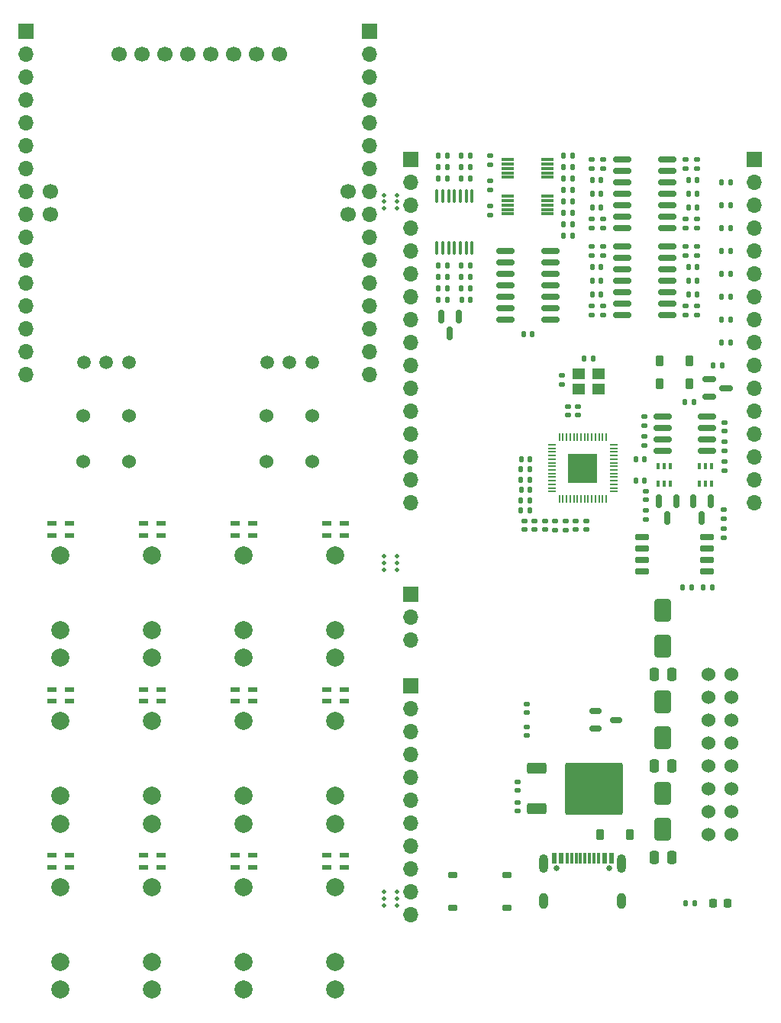
<source format=gbr>
%TF.GenerationSoftware,KiCad,Pcbnew,7.0.9*%
%TF.CreationDate,2023-11-25T16:41:53+01:00*%
%TF.ProjectId,EuroPi-X,4575726f-5069-42d5-982e-6b696361645f,rev?*%
%TF.SameCoordinates,Original*%
%TF.FileFunction,Soldermask,Top*%
%TF.FilePolarity,Negative*%
%FSLAX46Y46*%
G04 Gerber Fmt 4.6, Leading zero omitted, Abs format (unit mm)*
G04 Created by KiCad (PCBNEW 7.0.9) date 2023-11-25 16:41:53*
%MOMM*%
%LPD*%
G01*
G04 APERTURE LIST*
G04 Aperture macros list*
%AMRoundRect*
0 Rectangle with rounded corners*
0 $1 Rounding radius*
0 $2 $3 $4 $5 $6 $7 $8 $9 X,Y pos of 4 corners*
0 Add a 4 corners polygon primitive as box body*
4,1,4,$2,$3,$4,$5,$6,$7,$8,$9,$2,$3,0*
0 Add four circle primitives for the rounded corners*
1,1,$1+$1,$2,$3*
1,1,$1+$1,$4,$5*
1,1,$1+$1,$6,$7*
1,1,$1+$1,$8,$9*
0 Add four rect primitives between the rounded corners*
20,1,$1+$1,$2,$3,$4,$5,0*
20,1,$1+$1,$4,$5,$6,$7,0*
20,1,$1+$1,$6,$7,$8,$9,0*
20,1,$1+$1,$8,$9,$2,$3,0*%
G04 Aperture macros list end*
%ADD10C,0.500000*%
%ADD11RoundRect,0.250000X-0.850000X-0.350000X0.850000X-0.350000X0.850000X0.350000X-0.850000X0.350000X0*%
%ADD12RoundRect,0.249997X-2.950003X-2.650003X2.950003X-2.650003X2.950003X2.650003X-2.950003X2.650003X0*%
%ADD13R,1.000000X0.600000*%
%ADD14RoundRect,0.135000X0.135000X0.185000X-0.135000X0.185000X-0.135000X-0.185000X0.135000X-0.185000X0*%
%ADD15R,0.400000X0.650000*%
%ADD16RoundRect,0.140000X0.170000X-0.140000X0.170000X0.140000X-0.170000X0.140000X-0.170000X-0.140000X0*%
%ADD17RoundRect,0.250000X0.650000X-1.000000X0.650000X1.000000X-0.650000X1.000000X-0.650000X-1.000000X0*%
%ADD18RoundRect,0.150000X-0.825000X-0.150000X0.825000X-0.150000X0.825000X0.150000X-0.825000X0.150000X0*%
%ADD19RoundRect,0.135000X-0.135000X-0.185000X0.135000X-0.185000X0.135000X0.185000X-0.135000X0.185000X0*%
%ADD20C,2.000000*%
%ADD21RoundRect,0.225000X-0.225000X-0.375000X0.225000X-0.375000X0.225000X0.375000X-0.225000X0.375000X0*%
%ADD22RoundRect,0.135000X0.185000X-0.135000X0.185000X0.135000X-0.185000X0.135000X-0.185000X-0.135000X0*%
%ADD23RoundRect,0.225000X0.225000X0.375000X-0.225000X0.375000X-0.225000X-0.375000X0.225000X-0.375000X0*%
%ADD24RoundRect,0.135000X-0.185000X0.135000X-0.185000X-0.135000X0.185000X-0.135000X0.185000X0.135000X0*%
%ADD25RoundRect,0.140000X-0.170000X0.140000X-0.170000X-0.140000X0.170000X-0.140000X0.170000X0.140000X0*%
%ADD26R,1.400000X0.300000*%
%ADD27RoundRect,0.150000X-0.512500X-0.150000X0.512500X-0.150000X0.512500X0.150000X-0.512500X0.150000X0*%
%ADD28RoundRect,0.100000X-0.100000X0.637500X-0.100000X-0.637500X0.100000X-0.637500X0.100000X0.637500X0*%
%ADD29C,0.650000*%
%ADD30R,0.600000X1.240000*%
%ADD31R,0.300000X1.240000*%
%ADD32O,1.000000X2.100000*%
%ADD33O,1.000000X1.800000*%
%ADD34RoundRect,0.140000X0.140000X0.170000X-0.140000X0.170000X-0.140000X-0.170000X0.140000X-0.170000X0*%
%ADD35RoundRect,0.150000X-0.587500X-0.150000X0.587500X-0.150000X0.587500X0.150000X-0.587500X0.150000X0*%
%ADD36RoundRect,0.150000X0.650000X0.150000X-0.650000X0.150000X-0.650000X-0.150000X0.650000X-0.150000X0*%
%ADD37RoundRect,0.250000X-0.650000X1.000000X-0.650000X-1.000000X0.650000X-1.000000X0.650000X1.000000X0*%
%ADD38RoundRect,0.140000X-0.140000X-0.170000X0.140000X-0.170000X0.140000X0.170000X-0.140000X0.170000X0*%
%ADD39RoundRect,0.187500X-0.312500X-0.187500X0.312500X-0.187500X0.312500X0.187500X-0.312500X0.187500X0*%
%ADD40C,1.524000*%
%ADD41RoundRect,0.150000X-0.150000X0.587500X-0.150000X-0.587500X0.150000X-0.587500X0.150000X0.587500X0*%
%ADD42RoundRect,0.250000X0.250000X0.475000X-0.250000X0.475000X-0.250000X-0.475000X0.250000X-0.475000X0*%
%ADD43R,1.700000X1.700000*%
%ADD44O,1.700000X1.700000*%
%ADD45C,1.500000*%
%ADD46C,1.700000*%
%ADD47RoundRect,0.218750X0.218750X0.256250X-0.218750X0.256250X-0.218750X-0.256250X0.218750X-0.256250X0*%
%ADD48R,1.400000X1.200000*%
%ADD49RoundRect,0.250000X-0.250000X-0.475000X0.250000X-0.475000X0.250000X0.475000X-0.250000X0.475000X0*%
%ADD50RoundRect,0.050000X0.387500X0.050000X-0.387500X0.050000X-0.387500X-0.050000X0.387500X-0.050000X0*%
%ADD51RoundRect,0.050000X0.050000X0.387500X-0.050000X0.387500X-0.050000X-0.387500X0.050000X-0.387500X0*%
%ADD52R,3.200000X3.200000*%
G04 APERTURE END LIST*
D10*
%TO.C,mouse-bite-2mm-slot*%
X40906000Y-98235200D03*
X42406000Y-98235200D03*
X40906000Y-97485200D03*
X42406000Y-97485200D03*
X40906000Y-96735200D03*
X42406000Y-96735200D03*
%TD*%
%TO.C,mouse-bite-2mm-slot*%
X40918000Y-60986800D03*
X42418000Y-60986800D03*
X40918000Y-60236800D03*
X42418000Y-60236800D03*
X40918000Y-59486800D03*
X42418000Y-59486800D03*
%TD*%
%TO.C,mouse-bite-2mm-slot*%
X40918000Y-20905600D03*
X42418000Y-20905600D03*
X40918000Y-20155600D03*
X42418000Y-20155600D03*
X40918000Y-19405600D03*
X42418000Y-19405600D03*
%TD*%
D11*
%TO.C,U11*%
X57912000Y-82996000D03*
D12*
X64212000Y-85276000D03*
D11*
X57912000Y-87556000D03*
%TD*%
D13*
%TO.C,LED2*%
X4080000Y-92695000D03*
X4080000Y-93995000D03*
X6080000Y-93995000D03*
X6080000Y-92695000D03*
%TD*%
D14*
%TO.C,R13*%
X61851000Y-18861000D03*
X60831000Y-18861000D03*
%TD*%
D15*
%TO.C,SW5*%
X75931000Y-51434000D03*
X76581000Y-51434000D03*
X77231000Y-51434000D03*
X77231000Y-49534000D03*
X76581000Y-49534000D03*
X75931000Y-49534000D03*
%TD*%
D16*
%TO.C,C3*%
X69977000Y-53250000D03*
X69977000Y-52290000D03*
%TD*%
D13*
%TO.C,LED1*%
X4080000Y-74280000D03*
X4080000Y-75580000D03*
X6080000Y-75580000D03*
X6080000Y-74280000D03*
%TD*%
D17*
%TO.C,D2*%
X71882000Y-69502000D03*
X71882000Y-65502000D03*
%TD*%
D18*
%TO.C,U8*%
X67375000Y-25084000D03*
X67375000Y-26354000D03*
X67375000Y-27624000D03*
X67375000Y-28894000D03*
X67375000Y-30164000D03*
X67375000Y-31434000D03*
X67375000Y-32704000D03*
X72325000Y-32704000D03*
X72325000Y-31434000D03*
X72325000Y-30164000D03*
X72325000Y-28894000D03*
X72325000Y-27624000D03*
X72325000Y-26354000D03*
X72325000Y-25084000D03*
%TD*%
D19*
%TO.C,R59*%
X56132000Y-50992000D03*
X57152000Y-50992000D03*
%TD*%
D20*
%TO.C,J17*%
X35560000Y-107600000D03*
X35560000Y-104500000D03*
X35560000Y-96200000D03*
%TD*%
D21*
%TO.C,D3*%
X71502000Y-37784000D03*
X74802000Y-37784000D03*
%TD*%
D22*
%TO.C,R5*%
X59944000Y-56582000D03*
X59944000Y-55562000D03*
%TD*%
%TO.C,R12*%
X75692000Y-16450000D03*
X75692000Y-15430000D03*
%TD*%
D23*
%TO.C,D6*%
X68198000Y-90362000D03*
X64898000Y-90362000D03*
%TD*%
D24*
%TO.C,R32*%
X65278000Y-25082000D03*
X65278000Y-26102000D03*
%TD*%
D25*
%TO.C,C13*%
X58801000Y-55592000D03*
X58801000Y-56552000D03*
%TD*%
D22*
%TO.C,R29*%
X64008000Y-26102000D03*
X64008000Y-25082000D03*
%TD*%
D24*
%TO.C,R41*%
X64008000Y-22034000D03*
X64008000Y-23054000D03*
%TD*%
D26*
%TO.C,DAC2*%
X54696000Y-19512000D03*
X54696000Y-20012000D03*
X54696000Y-20512000D03*
X54696000Y-21012000D03*
X54696000Y-21512000D03*
X59096000Y-21512000D03*
X59096000Y-21012000D03*
X59096000Y-20512000D03*
X59096000Y-20012000D03*
X59096000Y-19512000D03*
%TD*%
D14*
%TO.C,R58*%
X57152000Y-49849000D03*
X56132000Y-49849000D03*
%TD*%
%TO.C,R11*%
X77345000Y-62930000D03*
X76325000Y-62930000D03*
%TD*%
D27*
%TO.C,U5*%
X64394500Y-76712000D03*
X64394500Y-78612000D03*
X66669500Y-77662000D03*
%TD*%
D14*
%TO.C,R48*%
X79377000Y-33212000D03*
X78357000Y-33212000D03*
%TD*%
D25*
%TO.C,C16*%
X63373000Y-55592000D03*
X63373000Y-56552000D03*
%TD*%
D14*
%TO.C,R33*%
X79377000Y-20512000D03*
X78357000Y-20512000D03*
%TD*%
D20*
%TO.C,J16*%
X25400000Y-107600000D03*
X25400000Y-104500000D03*
X25400000Y-96200000D03*
%TD*%
D28*
%TO.C,U9*%
X50718000Y-19554500D03*
X50068000Y-19554500D03*
X49418000Y-19554500D03*
X48768000Y-19554500D03*
X48118000Y-19554500D03*
X47468000Y-19554500D03*
X46818000Y-19554500D03*
X46818000Y-25279500D03*
X47468000Y-25279500D03*
X48118000Y-25279500D03*
X48768000Y-25279500D03*
X49418000Y-25279500D03*
X50068000Y-25279500D03*
X50718000Y-25279500D03*
%TD*%
D29*
%TO.C,P1*%
X60102000Y-94107000D03*
X65882000Y-94107000D03*
D30*
X59792000Y-92987000D03*
X60592000Y-92987000D03*
D31*
X61742000Y-92987000D03*
X62742000Y-92987000D03*
X63242000Y-92987000D03*
X64242000Y-92987000D03*
D30*
X65392000Y-92987000D03*
X66192000Y-92987000D03*
X66192000Y-92987000D03*
X65392000Y-92987000D03*
D31*
X64742000Y-92987000D03*
X63742000Y-92987000D03*
X62242000Y-92987000D03*
X61242000Y-92987000D03*
D30*
X60592000Y-92987000D03*
X59792000Y-92987000D03*
D32*
X58672000Y-93587000D03*
D33*
X58672000Y-97787000D03*
D32*
X67312000Y-93587000D03*
D33*
X67312000Y-97787000D03*
%TD*%
D24*
%TO.C,R49*%
X75692000Y-22034000D03*
X75692000Y-23054000D03*
%TD*%
D34*
%TO.C,C22*%
X75664000Y-28894000D03*
X74704000Y-28894000D03*
%TD*%
D25*
%TO.C,C27*%
X52705000Y-20667000D03*
X52705000Y-21627000D03*
%TD*%
D20*
%TO.C,J12*%
X25400000Y-89185000D03*
X25400000Y-86085000D03*
X25400000Y-77785000D03*
%TD*%
D24*
%TO.C,R17*%
X74422000Y-25082000D03*
X74422000Y-26102000D03*
%TD*%
D13*
%TO.C,LED10*%
X24400000Y-55865000D03*
X24400000Y-57165000D03*
X26400000Y-57165000D03*
X26400000Y-55865000D03*
%TD*%
%TO.C,LED3*%
X14240000Y-74280000D03*
X14240000Y-75580000D03*
X16240000Y-75580000D03*
X16240000Y-74280000D03*
%TD*%
D14*
%TO.C,R30*%
X61851000Y-22671000D03*
X60831000Y-22671000D03*
%TD*%
D20*
%TO.C,J4*%
X25400000Y-70770000D03*
X25400000Y-67670000D03*
X25400000Y-59370000D03*
%TD*%
D14*
%TO.C,R18*%
X79377000Y-17972000D03*
X78357000Y-17972000D03*
%TD*%
D13*
%TO.C,LED9*%
X4080000Y-55880000D03*
X4080000Y-57180000D03*
X6080000Y-57180000D03*
X6080000Y-55880000D03*
%TD*%
D25*
%TO.C,C40*%
X62230000Y-55592000D03*
X62230000Y-56552000D03*
%TD*%
D18*
%TO.C,U1*%
X71820000Y-44007000D03*
X71820000Y-45277000D03*
X71820000Y-46547000D03*
X71820000Y-47817000D03*
X76770000Y-47817000D03*
X76770000Y-46547000D03*
X76770000Y-45277000D03*
X76770000Y-44007000D03*
%TD*%
D20*
%TO.C,J3*%
X5080000Y-70770000D03*
X5080000Y-67670000D03*
X5080000Y-59370000D03*
%TD*%
D35*
%TO.C,Q1*%
X77040500Y-39882000D03*
X77040500Y-41782000D03*
X78915500Y-40832000D03*
%TD*%
D14*
%TO.C,R37*%
X48008000Y-15051000D03*
X46988000Y-15051000D03*
%TD*%
D34*
%TO.C,C32*%
X75664000Y-20766000D03*
X74704000Y-20766000D03*
%TD*%
D25*
%TO.C,C18*%
X78740000Y-44670000D03*
X78740000Y-45630000D03*
%TD*%
D19*
%TO.C,R62*%
X74420000Y-97982000D03*
X75440000Y-97982000D03*
%TD*%
%TO.C,R38*%
X46988000Y-16321000D03*
X48008000Y-16321000D03*
%TD*%
D16*
%TO.C,C36*%
X55753000Y-87794000D03*
X55753000Y-86834000D03*
%TD*%
D24*
%TO.C,R1*%
X69977000Y-54419000D03*
X69977000Y-55439000D03*
%TD*%
D19*
%TO.C,R39*%
X49528000Y-27243000D03*
X50548000Y-27243000D03*
%TD*%
D36*
%TO.C,U6*%
X76752000Y-61152000D03*
X76752000Y-59882000D03*
X76752000Y-58612000D03*
X76752000Y-57342000D03*
X69552000Y-57342000D03*
X69552000Y-58612000D03*
X69552000Y-59882000D03*
X69552000Y-61152000D03*
%TD*%
D37*
%TO.C,D5*%
X71882000Y-85822000D03*
X71882000Y-89822000D03*
%TD*%
D19*
%TO.C,R25*%
X49528000Y-17591000D03*
X50548000Y-17591000D03*
%TD*%
D24*
%TO.C,R43*%
X64008000Y-31686000D03*
X64008000Y-32706000D03*
%TD*%
D25*
%TO.C,C35*%
X55753000Y-84548000D03*
X55753000Y-85508000D03*
%TD*%
D34*
%TO.C,C24*%
X75664000Y-19242000D03*
X74704000Y-19242000D03*
%TD*%
%TO.C,C12*%
X75664000Y-27370000D03*
X74704000Y-27370000D03*
%TD*%
D24*
%TO.C,R9*%
X69850000Y-44005000D03*
X69850000Y-45025000D03*
%TD*%
D38*
%TO.C,C30*%
X64036000Y-30418000D03*
X64996000Y-30418000D03*
%TD*%
D13*
%TO.C,LED5*%
X24400000Y-74280000D03*
X24400000Y-75580000D03*
X26400000Y-75580000D03*
X26400000Y-74280000D03*
%TD*%
D16*
%TO.C,C41*%
X61341000Y-43852000D03*
X61341000Y-42892000D03*
%TD*%
D39*
%TO.C,SW3*%
X48562000Y-94862000D03*
X54562000Y-94862000D03*
X48562000Y-98562000D03*
X54562000Y-98562000D03*
%TD*%
D34*
%TO.C,C21*%
X64996000Y-28894000D03*
X64036000Y-28894000D03*
%TD*%
D20*
%TO.C,J15*%
X15240000Y-107600000D03*
X15240000Y-104500000D03*
X15240000Y-96200000D03*
%TD*%
D14*
%TO.C,R56*%
X79377000Y-25592000D03*
X78357000Y-25592000D03*
%TD*%
D22*
%TO.C,R53*%
X74422000Y-23054000D03*
X74422000Y-22034000D03*
%TD*%
D16*
%TO.C,C7*%
X56778000Y-79412000D03*
X56778000Y-78452000D03*
%TD*%
D40*
%TO.C,SW1*%
X7620000Y-48990752D03*
X12700000Y-43910752D03*
X12700000Y-48990752D03*
X7620000Y-43910752D03*
%TD*%
D14*
%TO.C,R35*%
X50548000Y-29783000D03*
X49528000Y-29783000D03*
%TD*%
D24*
%TO.C,R8*%
X69850000Y-46164000D03*
X69850000Y-47184000D03*
%TD*%
D13*
%TO.C,LED8*%
X34560000Y-92695000D03*
X34560000Y-93995000D03*
X36560000Y-93995000D03*
X36560000Y-92695000D03*
%TD*%
D25*
%TO.C,C37*%
X52705000Y-15079000D03*
X52705000Y-16039000D03*
%TD*%
%TO.C,C38*%
X52705000Y-17873000D03*
X52705000Y-18833000D03*
%TD*%
D13*
%TO.C,LED4*%
X14240000Y-92695000D03*
X14240000Y-93995000D03*
X16240000Y-93995000D03*
X16240000Y-92695000D03*
%TD*%
D38*
%TO.C,C14*%
X68862000Y-51119000D03*
X69822000Y-51119000D03*
%TD*%
D15*
%TO.C,SW4*%
X71359000Y-51434000D03*
X72009000Y-51434000D03*
X72659000Y-51434000D03*
X72659000Y-49534000D03*
X72009000Y-49534000D03*
X71359000Y-49534000D03*
%TD*%
D24*
%TO.C,R16*%
X74422000Y-15430000D03*
X74422000Y-16450000D03*
%TD*%
D14*
%TO.C,R19*%
X79377000Y-28132000D03*
X78357000Y-28132000D03*
%TD*%
%TO.C,R15*%
X61851000Y-23941000D03*
X60831000Y-23941000D03*
%TD*%
D34*
%TO.C,C5*%
X57122000Y-48706000D03*
X56162000Y-48706000D03*
%TD*%
D20*
%TO.C,J13*%
X35560000Y-89185000D03*
X35560000Y-86085000D03*
X35560000Y-77785000D03*
%TD*%
D41*
%TO.C,U2*%
X77150000Y-53356500D03*
X75250000Y-53356500D03*
X76200000Y-55231500D03*
%TD*%
D24*
%TO.C,R61*%
X78740000Y-46799000D03*
X78740000Y-47819000D03*
%TD*%
D19*
%TO.C,R60*%
X56132000Y-53278000D03*
X57152000Y-53278000D03*
%TD*%
D20*
%TO.C,J7*%
X15240000Y-89185000D03*
X15240000Y-86085000D03*
X15240000Y-77785000D03*
%TD*%
D25*
%TO.C,C2*%
X78613000Y-56481000D03*
X78613000Y-57441000D03*
%TD*%
D34*
%TO.C,C23*%
X64996000Y-19242000D03*
X64036000Y-19242000D03*
%TD*%
D42*
%TO.C,C25*%
X72832000Y-82742000D03*
X70932000Y-82742000D03*
%TD*%
D22*
%TO.C,R54*%
X74422000Y-32704000D03*
X74422000Y-31684000D03*
%TD*%
D41*
%TO.C,U3*%
X49210000Y-32909500D03*
X47310000Y-32909500D03*
X48260000Y-34784500D03*
%TD*%
D19*
%TO.C,R20*%
X49528000Y-15051000D03*
X50548000Y-15051000D03*
%TD*%
D24*
%TO.C,R2*%
X78613000Y-54292000D03*
X78613000Y-55312000D03*
%TD*%
D14*
%TO.C,R26*%
X48008000Y-27243000D03*
X46988000Y-27243000D03*
%TD*%
D25*
%TO.C,C9*%
X60706000Y-39463000D03*
X60706000Y-40423000D03*
%TD*%
D38*
%TO.C,C8*%
X63147000Y-37530000D03*
X64107000Y-37530000D03*
%TD*%
D18*
%TO.C,U7*%
X67375000Y-15432000D03*
X67375000Y-16702000D03*
X67375000Y-17972000D03*
X67375000Y-19242000D03*
X67375000Y-20512000D03*
X67375000Y-21782000D03*
X67375000Y-23052000D03*
X72325000Y-23052000D03*
X72325000Y-21782000D03*
X72325000Y-20512000D03*
X72325000Y-19242000D03*
X72325000Y-17972000D03*
X72325000Y-16702000D03*
X72325000Y-15432000D03*
%TD*%
D41*
%TO.C,U12*%
X73340000Y-53356500D03*
X71440000Y-53356500D03*
X72390000Y-55231500D03*
%TD*%
D14*
%TO.C,R44*%
X61851000Y-21401000D03*
X60831000Y-21401000D03*
%TD*%
D42*
%TO.C,C28*%
X72832000Y-92902000D03*
X70932000Y-92902000D03*
%TD*%
D13*
%TO.C,LED7*%
X34560000Y-74280000D03*
X34560000Y-75580000D03*
X36560000Y-75580000D03*
X36560000Y-74280000D03*
%TD*%
D43*
%TO.C,J8*%
X82042000Y-15432000D03*
D44*
X82042000Y-17972000D03*
X82042000Y-20512000D03*
X82042000Y-23052000D03*
X82042000Y-25592000D03*
X82042000Y-28132000D03*
X82042000Y-30672000D03*
X82042000Y-33212000D03*
X82042000Y-35752000D03*
X82042000Y-38292000D03*
X82042000Y-40832000D03*
X82042000Y-43372000D03*
X82042000Y-45912000D03*
X82042000Y-48452000D03*
X82042000Y-50992000D03*
X82042000Y-53532000D03*
%TD*%
D45*
%TO.C,P3*%
X27980000Y-37980000D03*
X30480000Y-37980000D03*
X32980000Y-37980000D03*
%TD*%
D19*
%TO.C,R10*%
X74039000Y-62930000D03*
X75059000Y-62930000D03*
%TD*%
D14*
%TO.C,R57*%
X79377000Y-35752000D03*
X78357000Y-35752000D03*
%TD*%
D37*
%TO.C,D1*%
X71882000Y-75662000D03*
X71882000Y-79662000D03*
%TD*%
D26*
%TO.C,DAC1*%
X54696000Y-15448000D03*
X54696000Y-15948000D03*
X54696000Y-16448000D03*
X54696000Y-16948000D03*
X54696000Y-17448000D03*
X59096000Y-17448000D03*
X59096000Y-16948000D03*
X59096000Y-16448000D03*
X59096000Y-15948000D03*
X59096000Y-15448000D03*
%TD*%
D45*
%TO.C,P2*%
X7660000Y-37980000D03*
X10160000Y-37980000D03*
X12660000Y-37980000D03*
%TD*%
D46*
%TO.C,OLED1*%
X11536000Y-3810000D03*
X14076000Y-3810000D03*
X16616000Y-3810000D03*
X19156000Y-3810000D03*
X21696000Y-3810000D03*
X24236000Y-3810000D03*
X26776000Y-3810000D03*
X29316000Y-3810000D03*
X3916000Y-19050000D03*
X3916000Y-21590000D03*
X36936000Y-19050000D03*
X36936000Y-21590000D03*
%TD*%
D14*
%TO.C,R47*%
X79377000Y-23052000D03*
X78357000Y-23052000D03*
%TD*%
D25*
%TO.C,C17*%
X56515000Y-55592000D03*
X56515000Y-56552000D03*
%TD*%
D22*
%TO.C,R46*%
X65278000Y-32706000D03*
X65278000Y-31686000D03*
%TD*%
D20*
%TO.C,J6*%
X5080000Y-89185000D03*
X5080000Y-86085000D03*
X5080000Y-77785000D03*
%TD*%
D25*
%TO.C,C15*%
X57658000Y-55592000D03*
X57658000Y-56552000D03*
%TD*%
D22*
%TO.C,R4*%
X61087000Y-56582000D03*
X61087000Y-55562000D03*
%TD*%
D14*
%TO.C,R40*%
X48008000Y-17591000D03*
X46988000Y-17591000D03*
%TD*%
D13*
%TO.C,LED11*%
X14240000Y-55865000D03*
X14240000Y-57165000D03*
X16240000Y-57165000D03*
X16240000Y-55865000D03*
%TD*%
D22*
%TO.C,R14*%
X75692000Y-26102000D03*
X75692000Y-25082000D03*
%TD*%
D14*
%TO.C,R28*%
X61851000Y-17591000D03*
X60831000Y-17591000D03*
%TD*%
D38*
%TO.C,C19*%
X64036000Y-17718000D03*
X64996000Y-17718000D03*
%TD*%
D16*
%TO.C,C6*%
X62484000Y-43852000D03*
X62484000Y-42892000D03*
%TD*%
D19*
%TO.C,R24*%
X56132000Y-54421000D03*
X57152000Y-54421000D03*
%TD*%
D14*
%TO.C,R21*%
X50548000Y-16321000D03*
X49528000Y-16321000D03*
%TD*%
D22*
%TO.C,R27*%
X64008000Y-16450000D03*
X64008000Y-15430000D03*
%TD*%
D20*
%TO.C,J9*%
X35560000Y-70770000D03*
X35560000Y-67670000D03*
X35560000Y-59370000D03*
%TD*%
D13*
%TO.C,LED6*%
X24400000Y-92695000D03*
X24400000Y-93995000D03*
X26400000Y-93995000D03*
X26400000Y-92695000D03*
%TD*%
D19*
%TO.C,R22*%
X46988000Y-29783000D03*
X48008000Y-29783000D03*
%TD*%
D14*
%TO.C,R42*%
X61851000Y-16321000D03*
X60831000Y-16321000D03*
%TD*%
D38*
%TO.C,C4*%
X49558000Y-31053000D03*
X50518000Y-31053000D03*
%TD*%
D24*
%TO.C,R51*%
X75692000Y-31686000D03*
X75692000Y-32706000D03*
%TD*%
D47*
%TO.C,D7*%
X79019500Y-97982000D03*
X77444500Y-97982000D03*
%TD*%
D22*
%TO.C,R45*%
X65278000Y-23054000D03*
X65278000Y-22034000D03*
%TD*%
D38*
%TO.C,C39*%
X68862000Y-48706000D03*
X69822000Y-48706000D03*
%TD*%
D14*
%TO.C,R6*%
X75313000Y-42356000D03*
X74293000Y-42356000D03*
%TD*%
D20*
%TO.C,J14*%
X5080000Y-107600000D03*
X5080000Y-104500000D03*
X5080000Y-96200000D03*
%TD*%
D14*
%TO.C,R34*%
X79377000Y-30672000D03*
X78357000Y-30672000D03*
%TD*%
%TO.C,R36*%
X50548000Y-28513000D03*
X49528000Y-28513000D03*
%TD*%
D40*
%TO.C,SW2*%
X27940000Y-48990752D03*
X33020000Y-43910752D03*
X33020000Y-48990752D03*
X27940000Y-43910752D03*
%TD*%
D18*
%TO.C,U10*%
X54421000Y-25592000D03*
X54421000Y-26862000D03*
X54421000Y-28132000D03*
X54421000Y-29402000D03*
X54421000Y-30672000D03*
X54421000Y-31942000D03*
X54421000Y-33212000D03*
X59371000Y-33212000D03*
X59371000Y-31942000D03*
X59371000Y-30672000D03*
X59371000Y-29402000D03*
X59371000Y-28132000D03*
X59371000Y-26862000D03*
X59371000Y-25592000D03*
%TD*%
D14*
%TO.C,R3*%
X48008000Y-31053000D03*
X46988000Y-31053000D03*
%TD*%
D24*
%TO.C,R31*%
X65278000Y-15430000D03*
X65278000Y-16450000D03*
%TD*%
D38*
%TO.C,C20*%
X64036000Y-27370000D03*
X64996000Y-27370000D03*
%TD*%
D25*
%TO.C,C10*%
X56778000Y-75912000D03*
X56778000Y-76872000D03*
%TD*%
D34*
%TO.C,C11*%
X75664000Y-17718000D03*
X74704000Y-17718000D03*
%TD*%
%TO.C,C1*%
X57122000Y-52135000D03*
X56162000Y-52135000D03*
%TD*%
D48*
%TO.C,Y1*%
X64727000Y-39220000D03*
X62527000Y-39220000D03*
X62527000Y-40920000D03*
X64727000Y-40920000D03*
%TD*%
D14*
%TO.C,R50*%
X61851000Y-15051000D03*
X60831000Y-15051000D03*
%TD*%
D34*
%TO.C,C33*%
X75664000Y-30418000D03*
X74704000Y-30418000D03*
%TD*%
D38*
%TO.C,C31*%
X56416000Y-34863000D03*
X57376000Y-34863000D03*
%TD*%
%TO.C,C29*%
X64036000Y-20766000D03*
X64996000Y-20766000D03*
%TD*%
D49*
%TO.C,C26*%
X70932000Y-72582000D03*
X72832000Y-72582000D03*
%TD*%
D19*
%TO.C,R23*%
X46988000Y-28513000D03*
X48008000Y-28513000D03*
%TD*%
D20*
%TO.C,J10*%
X15240000Y-70770000D03*
X15240000Y-67670000D03*
X15240000Y-59370000D03*
%TD*%
D43*
%TO.C,J5*%
X43942000Y-15432000D03*
D44*
X43942000Y-17972000D03*
X43942000Y-20512000D03*
X43942000Y-23052000D03*
X43942000Y-25592000D03*
X43942000Y-28132000D03*
X43942000Y-30672000D03*
X43942000Y-33212000D03*
X43942000Y-35752000D03*
X43942000Y-38292000D03*
X43942000Y-40832000D03*
X43942000Y-43372000D03*
X43942000Y-45912000D03*
X43942000Y-48452000D03*
X43942000Y-50992000D03*
X43942000Y-53532000D03*
%TD*%
D24*
%TO.C,R55*%
X78740000Y-48958000D03*
X78740000Y-49978000D03*
%TD*%
D50*
%TO.C,U4*%
X66429500Y-52322000D03*
X66429500Y-51922000D03*
X66429500Y-51522000D03*
X66429500Y-51122000D03*
X66429500Y-50722000D03*
X66429500Y-50322000D03*
X66429500Y-49922000D03*
X66429500Y-49522000D03*
X66429500Y-49122000D03*
X66429500Y-48722000D03*
X66429500Y-48322000D03*
X66429500Y-47922000D03*
X66429500Y-47522000D03*
X66429500Y-47122000D03*
D51*
X65592000Y-46284500D03*
X65192000Y-46284500D03*
X64792000Y-46284500D03*
X64392000Y-46284500D03*
X63992000Y-46284500D03*
X63592000Y-46284500D03*
X63192000Y-46284500D03*
X62792000Y-46284500D03*
X62392000Y-46284500D03*
X61992000Y-46284500D03*
X61592000Y-46284500D03*
X61192000Y-46284500D03*
X60792000Y-46284500D03*
X60392000Y-46284500D03*
D50*
X59554500Y-47122000D03*
X59554500Y-47522000D03*
X59554500Y-47922000D03*
X59554500Y-48322000D03*
X59554500Y-48722000D03*
X59554500Y-49122000D03*
X59554500Y-49522000D03*
X59554500Y-49922000D03*
X59554500Y-50322000D03*
X59554500Y-50722000D03*
X59554500Y-51122000D03*
X59554500Y-51522000D03*
X59554500Y-51922000D03*
X59554500Y-52322000D03*
D51*
X60392000Y-53159500D03*
X60792000Y-53159500D03*
X61192000Y-53159500D03*
X61592000Y-53159500D03*
X61992000Y-53159500D03*
X62392000Y-53159500D03*
X62792000Y-53159500D03*
X63192000Y-53159500D03*
X63592000Y-53159500D03*
X63992000Y-53159500D03*
X64392000Y-53159500D03*
X64792000Y-53159500D03*
X65192000Y-53159500D03*
X65592000Y-53159500D03*
D52*
X62992000Y-49722000D03*
%TD*%
D14*
%TO.C,R52*%
X61851000Y-20131000D03*
X60831000Y-20131000D03*
%TD*%
D13*
%TO.C,LED12*%
X34560000Y-55865000D03*
X34560000Y-57165000D03*
X36560000Y-57165000D03*
X36560000Y-55865000D03*
%TD*%
D23*
%TO.C,D4*%
X74802000Y-40324000D03*
X71502000Y-40324000D03*
%TD*%
D14*
%TO.C,R7*%
X78488000Y-38292000D03*
X77468000Y-38292000D03*
%TD*%
D43*
%TO.C,J18*%
X43942000Y-63692000D03*
D44*
X43942000Y-66232000D03*
X43942000Y-68772000D03*
%TD*%
%TO.C,J2*%
X39370000Y-39370000D03*
X39370000Y-36830000D03*
X39370000Y-34290000D03*
X39370000Y-31750000D03*
X39370000Y-29210000D03*
X39370000Y-26670000D03*
X39370000Y-24130000D03*
X39370000Y-21590000D03*
X39370000Y-19050000D03*
X39370000Y-16510000D03*
X39370000Y-13970000D03*
X39370000Y-11430000D03*
X39370000Y-8890000D03*
X39370000Y-6350000D03*
X39370000Y-3810000D03*
D43*
X39370000Y-1270000D03*
%TD*%
D40*
%TO.C,J11*%
X79502000Y-72582000D03*
X76962000Y-72582000D03*
X79502000Y-75122000D03*
X76962000Y-75122000D03*
X79502000Y-77662000D03*
X76962000Y-77662000D03*
X79502000Y-80202000D03*
X76962000Y-80202000D03*
X79502000Y-82742000D03*
X76962000Y-82742000D03*
X79502000Y-85282000D03*
X76962000Y-85282000D03*
X79502000Y-87822000D03*
X76962000Y-87822000D03*
X79502000Y-90362000D03*
X76962000Y-90362000D03*
%TD*%
D43*
%TO.C,J22*%
X43942000Y-73852000D03*
D44*
X43942000Y-76392000D03*
X43942000Y-78932000D03*
X43942000Y-81472000D03*
X43942000Y-84012000D03*
X43942000Y-86552000D03*
X43942000Y-89092000D03*
X43942000Y-91632000D03*
X43942000Y-94172000D03*
X43942000Y-96712000D03*
X43942000Y-99252000D03*
%TD*%
D43*
%TO.C,J1*%
X1270000Y-1270000D03*
D44*
X1270000Y-3810000D03*
X1270000Y-6350000D03*
X1270000Y-8890000D03*
X1270000Y-11430000D03*
X1270000Y-13970000D03*
X1270000Y-16510000D03*
X1270000Y-19050000D03*
X1270000Y-21590000D03*
X1270000Y-24130000D03*
X1270000Y-26670000D03*
X1270000Y-29210000D03*
X1270000Y-31750000D03*
X1270000Y-34290000D03*
X1270000Y-36830000D03*
X1270000Y-39370000D03*
%TD*%
M02*

</source>
